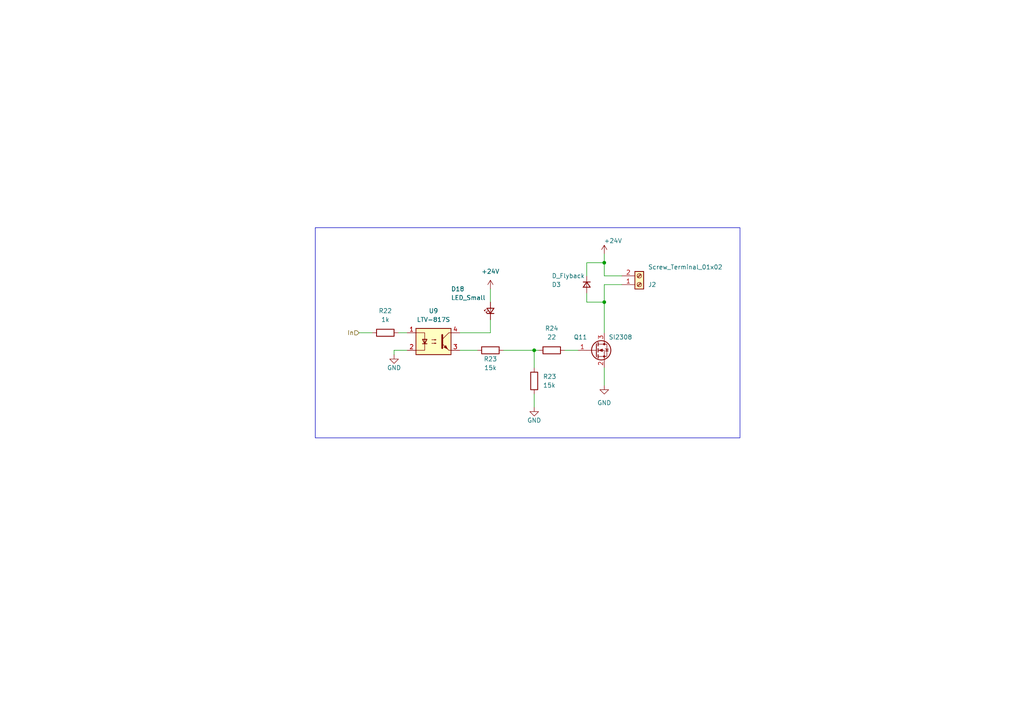
<source format=kicad_sch>
(kicad_sch (version 20230121) (generator eeschema)
  (paper "A4")
  (lib_symbols
    (symbol "Connector:Screw_Terminal_01x02" (pin_names (offset 1.016) hide)
      (property "Reference" "J" (at 0 2.54 0))
      (property "Value" "Screw_Terminal_01x02" (at 0 -5.08 0))
      (symbol "Screw_Terminal_01x02_1_1"
        (rectangle (start -1.27 1.27) (end 1.27 -3.81) (stroke (width 0.254)) (fill (type background)))
        (circle (center 0 -2.54) (radius 0.635) (stroke (width 0.1524)))
        (polyline (pts (xy -0.5334 -2.2098) (xy 0.3302 -3.048)) (stroke (width 0.1524)))
        (polyline (pts (xy -0.5334 0.3302) (xy 0.3302 -0.508)) (stroke (width 0.1524)))
        (polyline (pts (xy -0.3556 -2.032) (xy 0.508 -2.8702)) (stroke (width 0.1524)))
        (polyline (pts (xy -0.3556 0.508) (xy 0.508 -0.3302)) (stroke (width 0.1524)))
        (circle (center 0 0) (radius 0.635) (stroke (width 0.1524)))
        (pin passive line (at -5.08 0 0) (length 3.81) (name "Pin_1") (number "1"))
        (pin passive line (at -5.08 -2.54 0) (length 3.81) (name "Pin_2") (number "2"))
      )
    )
    (symbol "Device:D_Small" (pin_numbers hide) (pin_names (offset 0.254) hide)
      (property "Reference" "D" (at -1.27 2.032 0))
      (property "Value" "D_Small" (at -3.81 -2.032 0))
      (symbol "D_Small_0_1"
        (polyline (pts (xy -0.762 -1.016) (xy -0.762 1.016)) (stroke (width 0.254)))
        (polyline (pts (xy -0.762 0) (xy 0.762 0)))
        (polyline (pts (xy 0.762 -1.016) (xy -0.762 0) (xy 0.762 1.016) (xy 0.762 -1.016)) (stroke (width 0.254)))
      )
      (symbol "D_Small_1_1"
        (pin passive line (at -2.54 0 0) (length 1.778) (name "K") (number "1"))
        (pin passive line (at 2.54 0 180) (length 1.778) (name "A") (number "2"))
      )
    )
    (symbol "Device:LED_Small" (pin_numbers hide) (pin_names (offset 0.254) hide)
      (property "Reference" "D" (at -1.27 3.175 0))
      (property "Value" "LED_Small" (at -4.445 -2.54 0))
      (symbol "LED_Small_0_1"
        (polyline (pts (xy -0.762 -1.016) (xy -0.762 1.016)) (stroke (width 0.254)))
        (polyline (pts (xy 1.016 0) (xy -0.762 0)))
        (polyline (pts (xy 0.762 -1.016) (xy -0.762 0) (xy 0.762 1.016) (xy 0.762 -1.016)) (stroke (width 0.254)))
        (polyline (pts (xy 0 0.762) (xy -0.508 1.27) (xy -0.254 1.27) (xy -0.508 1.27) (xy -0.508 1.016)))
        (polyline (pts (xy 0.508 1.27) (xy 0 1.778) (xy 0.254 1.778) (xy 0 1.778) (xy 0 1.524)))
      )
      (symbol "LED_Small_1_1"
        (pin passive line (at -2.54 0 0) (length 1.778) (name "K") (number "1"))
        (pin passive line (at 2.54 0 180) (length 1.778) (name "A") (number "2"))
      )
    )
    (symbol "Device:R" (pin_numbers hide) (pin_names (offset 0))
      (property "Reference" "R" (at 2.032 0 90))
      (property "Value" "R" (at 0 0 90))
      (symbol "R_0_1"
        (rectangle (start -1.016 -2.54) (end 1.016 2.54) (stroke (width 0.254)))
      )
      (symbol "R_1_1"
        (pin passive line (at 0 3.81 270) (length 1.27) (name "~") (number "1"))
        (pin passive line (at 0 -3.81 90) (length 1.27) (name "~") (number "2"))
      )
    )
    (symbol "Isolator:LTV-817S" (pin_names (offset 1.016))
      (property "Reference" "U" (at -3.81 5.08 0))
      (property "Value" "LTV-817S" (at 0 -5.08 0))
      (symbol "LTV-817S_1_1"
        (rectangle (start -5.08 3.81) (end 5.08 -3.81) (stroke (width 0.254)) (fill (type background)))
        (polyline (pts (xy -3.175 -0.635) (xy -1.905 -0.635)) (stroke (width 0.254)))
        (polyline (pts (xy 2.54 0.635) (xy 4.445 2.54)))
        (polyline (pts (xy 4.445 -2.54) (xy 2.54 -0.635)) (fill (type outline)))
        (polyline (pts (xy 4.445 -2.54) (xy 5.08 -2.54)))
        (polyline (pts (xy 4.445 2.54) (xy 5.08 2.54)))
        (polyline (pts (xy -5.08 2.54) (xy -2.54 2.54) (xy -2.54 -0.762)))
        (polyline (pts (xy -2.54 -0.635) (xy -2.54 -2.54) (xy -5.08 -2.54)))
        (polyline (pts (xy 2.54 1.905) (xy 2.54 -1.905) (xy 2.54 -1.905)) (stroke (width 0.508)))
        (polyline (pts (xy -2.54 -0.635) (xy -3.175 0.635) (xy -1.905 0.635) (xy -2.54 -0.635)) (stroke (width 0.254)))
        (polyline (pts (xy -0.508 -0.508) (xy 0.762 -0.508) (xy 0.381 -0.635) (xy 0.381 -0.381) (xy 0.762 -0.508)))
        (polyline (pts (xy -0.508 0.508) (xy 0.762 0.508) (xy 0.381 0.381) (xy 0.381 0.635) (xy 0.762 0.508)))
        (polyline (pts (xy 3.048 -1.651) (xy 3.556 -1.143) (xy 4.064 -2.159) (xy 3.048 -1.651) (xy 3.048 -1.651)) (fill (type outline)))
        (pin passive line (at -7.62 2.54 0) (length 2.54) (name "~") (number "1"))
        (pin passive line (at -7.62 -2.54 0) (length 2.54) (name "~") (number "2"))
        (pin passive line (at 7.62 -2.54 180) (length 2.54) (name "~") (number "3"))
        (pin passive line (at 7.62 2.54 180) (length 2.54) (name "~") (number "4"))
      )
    )
    (symbol "Transistor_FET:AO3400A" (pin_names hide)
      (property "Reference" "Q" (at 5.08 1.905 0))
      (property "Value" "AO3400A" (at 5.08 0 0))
      (symbol "AO3400A_0_1"
        (polyline (pts (xy 0.254 0) (xy -2.54 0)))
        (polyline (pts (xy 0.254 1.905) (xy 0.254 -1.905)) (stroke (width 0.254)))
        (polyline (pts (xy 0.762 -1.27) (xy 0.762 -2.286)) (stroke (width 0.254)))
        (polyline (pts (xy 0.762 0.508) (xy 0.762 -0.508)) (stroke (width 0.254)))
        (polyline (pts (xy 0.762 2.286) (xy 0.762 1.27)) (stroke (width 0.254)))
        (polyline (pts (xy 2.54 2.54) (xy 2.54 1.778)))
        (polyline (pts (xy 2.54 -2.54) (xy 2.54 0) (xy 0.762 0)))
        (polyline (pts (xy 0.762 -1.778) (xy 3.302 -1.778) (xy 3.302 1.778) (xy 0.762 1.778)))
        (polyline (pts (xy 1.016 0) (xy 2.032 0.381) (xy 2.032 -0.381) (xy 1.016 0)) (fill (type outline)))
        (polyline (pts (xy 2.794 0.508) (xy 2.921 0.381) (xy 3.683 0.381) (xy 3.81 0.254)))
        (polyline (pts (xy 3.302 0.381) (xy 2.921 -0.254) (xy 3.683 -0.254) (xy 3.302 0.381)))
        (circle (center 1.651 0) (radius 2.794) (stroke (width 0.254)))
        (circle (center 2.54 -1.778) (radius 0.254) (fill (type outline)))
        (circle (center 2.54 1.778) (radius 0.254) (fill (type outline)))
      )
      (symbol "AO3400A_1_1"
        (pin input line (at -5.08 0 0) (length 2.54) (name "G") (number "1"))
        (pin passive line (at 2.54 -5.08 90) (length 2.54) (name "S") (number "2"))
        (pin passive line (at 2.54 5.08 270) (length 2.54) (name "D") (number "3"))
      )
    )
    (symbol "power:+24V" (power) (pin_names (offset 0))
      (property "Value" "+24V" (at 0 3.556 0))
      (symbol "+24V_0_1"
        (polyline (pts (xy -0.762 1.27) (xy 0 2.54)))
        (polyline (pts (xy 0 0) (xy 0 2.54)))
        (polyline (pts (xy 0 2.54) (xy 0.762 1.27)))
      )
      (symbol "+24V_1_1"
        (pin power_in line (at 0 0 90) (length 0) hide (name "+24V") (number "1"))
      )
    )
    (symbol "power:GND" (power) (pin_names (offset 0))
      (property "Value" "GND" (at 0 -3.81 0))
      (symbol "GND_0_1"
        (polyline (pts (xy 0 0) (xy 0 -1.27) (xy 1.27 -1.27) (xy 0 -2.54) (xy -1.27 -1.27) (xy 0 -1.27)))
      )
      (symbol "GND_1_1"
        (pin power_in line (at 0 0 270) (length 0) hide (name "GND") (number "1"))
      )
    )
  )
  (junction (at 175.26 76.2))
  (junction (at 175.26 87.63))
  (junction (at 154.94 101.6))
  (wire (pts (xy 104.14 96.52) (xy 107.95 96.52)))
  (wire (pts (xy 133.35 96.52) (xy 142.24 96.52)))
  (wire (pts (xy 142.24 83.82) (xy 142.24 87.63)))
  (wire (pts (xy 163.83 101.6) (xy 167.64 101.6)))
  (wire (pts (xy 170.18 76.2) (xy 175.26 76.2)))
  (wire (pts (xy 115.57 96.52) (xy 118.11 96.52)))
  (wire (pts (xy 114.3 102.87) (xy 114.3 101.6)))
  (wire (pts (xy 154.94 114.3) (xy 154.94 118.11)))
  (wire (pts (xy 170.18 80.01) (xy 170.18 76.2)))
  (wire (pts (xy 175.26 73.66) (xy 175.26 76.2)))
  (wire (pts (xy 175.26 82.55) (xy 180.34 82.55)))
  (wire (pts (xy 133.35 101.6) (xy 138.43 101.6)))
  (wire (pts (xy 154.94 101.6) (xy 156.21 101.6)))
  (wire (pts (xy 175.26 76.2) (xy 175.26 80.01)))
  (wire (pts (xy 146.05 101.6) (xy 154.94 101.6)))
  (wire (pts (xy 114.3 101.6) (xy 118.11 101.6)))
  (wire (pts (xy 170.18 85.09) (xy 170.18 87.63)))
  (wire (pts (xy 175.26 87.63) (xy 175.26 96.52)))
  (wire (pts (xy 154.94 106.68) (xy 154.94 101.6)))
  (wire (pts (xy 142.24 92.71) (xy 142.24 96.52)))
  (wire (pts (xy 170.18 87.63) (xy 175.26 87.63)))
  (wire (pts (xy 175.26 82.55) (xy 175.26 87.63)))
  (wire (pts (xy 175.26 111.76) (xy 175.26 106.68)))
  (wire (pts (xy 175.26 80.01) (xy 180.34 80.01)))
  (rectangle (start 91.44 66.04) (end 214.63 127))
  (hierarchical_label "In" (shape input) (at 104.14 96.52 180))
  (symbol (lib_id "Device:LED_Small") (at 142.24 90.17 90) (unit 1)
    (property "Reference" "D18" (at 130.81 83.82 90) (effects (justify right)))
    (property "Value" "LED_Small" (at 130.81 86.36 90) (effects (justify right)))
    (property "Footprint" "LED_SMD:LED_1206_3216Metric" (effects hide))
    (instances (project "control_motor_pcb" (path "" (reference "D18") (unit 1)) (path "" (reference "D16") (unit 1)) (path "" (reference "D17") (unit 1)) (path "" (reference "D19") (unit 1)) (path "" (reference "D20") (unit 1)) (path "" (reference "D21") (unit 1)) (path "" (reference "D22") (unit 1)) (path "" (reference "D23") (unit 1)) (path "" (reference "D24") (unit 1)) (path "" (reference "D25") (unit 1)) (path "" (reference "D26") (unit 1)) (path "" (reference "D27") (unit 1)) (path "" (reference "D28") (unit 1))))
  )
  (symbol (lib_id "power:GND") (at 175.26 111.76 0) (unit 1)
    (property "Reference" "#PWR04" (effects hide))
    (property "Value" "GND" (at 175.26 116.84 0))
    (instances (project "control_motor_pcb" (path "" (reference "#PWR04") (unit 1)) (path "" (reference "#PWR030") (unit 1)) (path "" (reference "#PWR056") (unit 1))))
  )
  (symbol (lib_id "Device:R") (at 160.02 101.6 90) (unit 1)
    (property "Reference" "R24" (at 160.02 95.25 90))
    (property "Value" "22" (at 160.02 97.79 90))
    (property "Footprint" "Resistor_SMD:R_0805_2012Metric" (effects hide))
    (property "LCSC_Link" "https://www.lcsc.com/product-detail/Chip-Resistor-Surface-Mount_UNI-ROYAL-Uniroyal-Elec-0805W8J0220T5E_C25295.html" (effects hide))
    (property "LCSC_Reference" "C25295" (effects hide))
    (property "Manufacturer_Name" "UNI-ROYAL(Uniroyal Elec)" (effects hide))
    (property "Manufacturer_Part_Number" "0805W8J0220T5E" (effects hide))
    (instances (project "control_motor_pcb" (path "" (reference "R24") (unit 1)) (path "" (reference "R27") (unit 1)) (path "" (reference "R3") (unit 1)) (path "" (reference "R6") (unit 1)) (path "" (reference "R12") (unit 1)) (path "" (reference "R9") (unit 1)) (path "" (reference "R24") (unit 1)) (path "" (reference "R30") (unit 1)) (path "" (reference "R21") (unit 1)) (path "" (reference "R18") (unit 1)) (path "" (reference "R15") (unit 1)) (path "" (reference "R33") (unit 1)) (path "" (reference "R38") (unit 1)) (path "" (reference "R42") (unit 1))))
  )
  (symbol (lib_id "Device:R") (at 154.94 110.49 0) (unit 1)
    (property "Reference" "R23" (at 157.48 109.22 0) (effects (justify left)))
    (property "Value" "15k" (at 157.48 111.76 0) (effects (justify left)))
    (property "Footprint" "Resistor_SMD:R_0805_2012Metric" (effects hide))
    (property "LCSC_Link" "https://www.lcsc.com/product-detail/Chip-Resistor-Surface-Mount_UNI-ROYAL-Uniroyal-Elec-0805W8F1502T5E_C17475.html" (effects hide))
    (property "LCSC_Reference" "C17475" (effects hide))
    (property "Manufacturer_Name" "UNI-ROYAL(Uniroyal Elec) " (effects hide))
    (property "Manufacturer_Part_Number" "0805W8F1502T5E" (effects hide))
    (instances (project "control_motor_pcb" (path "" (reference "R23") (unit 1)) (path "" (reference "R26") (unit 1)) (path "" (reference "R2") (unit 1)) (path "" (reference "R5") (unit 1)) (path "" (reference "R11") (unit 1)) (path "" (reference "R8") (unit 1)) (path "" (reference "R23") (unit 1)) (path "" (reference "R29") (unit 1)) (path "" (reference "R20") (unit 1)) (path "" (reference "R17") (unit 1)) (path "" (reference "R14") (unit 1)) (path "" (reference "R32") (unit 1)) (path "" (reference "R37") (unit 1)) (path "" (reference "R41") (unit 1))))
  )
  (symbol (lib_id "power:GND") (at 154.94 118.11 0) (unit 1)
    (property "Reference" "#PWR047" (effects hide))
    (property "Value" "GND" (at 154.94 121.92 0))
    (instances (project "control_motor_pcb" (path "" (reference "#PWR047") (unit 1)) (path "" (reference "#PWR051") (unit 1)) (path "" (reference "#PWR013") (unit 1)) (path "" (reference "#PWR017") (unit 1)) (path "" (reference "#PWR031") (unit 1)) (path "" (reference "#PWR021") (unit 1)) (path "" (reference "#PWR047") (unit 1)) (path "" (reference "#PWR055") (unit 1)) (path "" (reference "#PWR043") (unit 1)) (path "" (reference "#PWR039") (unit 1)) (path "" (reference "#PWR035") (unit 1)) (path "" (reference "#PWR066") (unit 1)) (path "" (reference "#PWR071") (unit 1)) (path "" (reference "#PWR074") (unit 1))))
  )
  (symbol (lib_id "power:+24V") (at 175.26 73.66 0) (unit 1)
    (property "Reference" "#PWR070" (effects hide))
    (property "Value" "+24V" (at 177.8 69.85 0))
    (instances (project "control_motor_pcb" (path "" (reference "#PWR070") (unit 1)) (path "" (reference "#PWR073") (unit 1)) (path "" (reference "#PWR078") (unit 1))))
  )
  (symbol (lib_id "Connector:Screw_Terminal_01x02") (at 185.42 82.55 0) (mirror x) (unit 1)
    (property "Reference" "J2" (at 187.96 82.55 0) (effects (justify left)))
    (property "Value" "Screw_Terminal_01x02" (at 187.96 77.47 0) (effects (justify left)))
    (property "Footprint" "TerminalBlock_Phoenix:TerminalBlock_Phoenix_MKDS-1,5-2_1x02_P5.00mm_Horizontal" (effects hide))
    (property "LCSC_Link" "https://www.lcsc.com/product-detail/span-style-background-color-ff0-Screw-span-span-style-background-color-ff0-Terminal-span-Blocks_MAX-MX127-5-0-02P-GN01-Cu-Y-A_C5188440.html" (effects hide))
    (property "LCSC_Reference" "C5188440" (effects hide))
    (property "Manufacturer_Name" "MAX" (effects hide))
    (property "Manufacturer_Part_Number" " 	MX127-5.0-02P-GN01-Cu-Y-A" (effects hide))
    (instances (project "control_motor_pcb" (path "" (reference "J2") (unit 1)) (path "" (reference "J12") (unit 1)) (path "" (reference "J13") (unit 1)) (path "" (reference "J16") (unit 1))))
  )
  (symbol (lib_id "Device:R") (at 142.24 101.6 270) (unit 1)
    (property "Reference" "R23" (at 142.24 104.14 90))
    (property "Value" "15k" (at 142.24 106.68 90))
    (property "Footprint" "Resistor_SMD:R_0805_2012Metric" (effects hide))
    (property "LCSC_Link" "https://www.lcsc.com/product-detail/Chip-Resistor-Surface-Mount_UNI-ROYAL-Uniroyal-Elec-0805W8F1502T5E_C17475.html" (effects hide))
    (property "LCSC_Reference" "C17475" (effects hide))
    (property "Manufacturer_Name" "UNI-ROYAL(Uniroyal Elec) " (effects hide))
    (property "Manufacturer_Part_Number" "0805W8F1502T5E" (effects hide))
    (instances (project "control_motor_pcb" (path "" (reference "R23") (unit 1)) (path "" (reference "R26") (unit 1)) (path "" (reference "R2") (unit 1)) (path "" (reference "R5") (unit 1)) (path "" (reference "R11") (unit 1)) (path "" (reference "R8") (unit 1)) (path "" (reference "R23") (unit 1)) (path "" (reference "R29") (unit 1)) (path "" (reference "R20") (unit 1)) (path "" (reference "R17") (unit 1)) (path "" (reference "R14") (unit 1)) (path "" (reference "R34") (unit 1)) (path "" (reference "R36") (unit 1)) (path "" (reference "R40") (unit 1))))
  )
  (symbol (lib_id "Device:R") (at 111.76 96.52 90) (unit 1)
    (property "Reference" "R22" (at 111.76 90.17 90))
    (property "Value" "1k" (at 111.76 92.71 90))
    (property "Footprint" "Resistor_SMD:R_0805_2012Metric" (effects hide))
    (property "LCSC_Link" "https://www.lcsc.com/product-detail/Chip-Resistor-Surface-Mount_UNI-ROYAL-Uniroyal-Elec-0805W8F1001T5E_C17513.html" (effects hide))
    (property "LCSC_Reference" "C17513" (effects hide))
    (property "Manufacturer_Name" "UNI-ROYAL(Uniroyal Elec) " (effects hide))
    (property "Manufacturer_Part_Number" " 	0805W8F1001T5E" (effects hide))
    (instances (project "control_motor_pcb" (path "" (reference "R22") (unit 1)) (path "" (reference "R25") (unit 1)) (path "" (reference "R1") (unit 1)) (path "" (reference "R4") (unit 1)) (path "" (reference "R10") (unit 1)) (path "" (reference "R7") (unit 1)) (path "" (reference "R22") (unit 1)) (path "" (reference "R28") (unit 1)) (path "" (reference "R19") (unit 1)) (path "" (reference "R16") (unit 1)) (path "" (reference "R13") (unit 1)) (path "" (reference "R31") (unit 1)) (path "" (reference "R35") (unit 1)) (path "" (reference "R39") (unit 1))))
  )
  (symbol (lib_id "Transistor_FET:AO3400A") (at 172.72 101.6 0) (unit 1)
    (property "Reference" "Q11" (at 166.37 97.79 0) (effects (justify left)))
    (property "Value" "SI2308" (at 176.53 97.79 0) (effects (justify left)))
    (property "Footprint" "Package_TO_SOT_SMD:SOT-23" (effects hide))
    (property "Datasheet" "http://www.aosmd.com/pdfs/datasheet/AO3400A.pdf" (effects hide))
    (property "LCSC_Link" "https://www.lcsc.com/product-detail/MOSFETs_UMW-Youtai-Semiconductor-Co-Ltd-SI2308A_C347491.html" (effects hide))
    (property "LCSC_Reference" "C347491" (effects hide))
    (property "Manufacturer_Name" "UMW(Youtai Semiconductor Co., Ltd.)" (effects hide))
    (property "Manufacturer_Part_Number" "SI2308A" (effects hide))
    (instances (project "control_motor_pcb" (path "" (reference "Q11") (unit 1)) (path "" (reference "Q11") (unit 1)) (path "" (reference "Q12") (unit 1)) (path "" (reference "Q13") (unit 1))))
  )
  (symbol (lib_id "Isolator:LTV-817S") (at 125.73 99.06 0) (unit 1)
    (property "Reference" "U9" (at 125.73 90.17 0))
    (property "Value" "LTV-817S" (at 125.73 92.71 0))
    (property "Footprint" "custom_motor:SOP254P1030X390-4N" (effects hide))
    (property "Datasheet" "http://www.us.liteon.com/downloads/LTV-817-827-847.PDF" (effects hide))
    (property "LCSC_Link" "https://www.lcsc.com/product-detail/Transistor-Photovoltaic-Output-Optoisolators_Everlight-Elec-EL817S1-B-TU-F_C63268.html" (effects hide))
    (property "LCSC_Reference" "C63268" (effects hide))
    (property "Manufacturer_Name" "Everlight Elec" (effects hide))
    (property "Manufacturer_Part_Number" "EL817S1(B)(TU)-F" (effects hide))
    (instances (project "control_motor_pcb" (path "" (reference "U9") (unit 1)) (path "" (reference "U10") (unit 1)) (path "" (reference "U1") (unit 1)) (path "" (reference "U3") (unit 1)) (path "" (reference "U5") (unit 1)) (path "" (reference "U4") (unit 1)) (path "" (reference "U9") (unit 1)) (path "" (reference "U11") (unit 1)) (path "" (reference "U8") (unit 1)) (path "" (reference "U7") (unit 1)) (path "" (reference "U6") (unit 1)) (path "" (reference "U2") (unit 1)) (path "" (reference "U12") (unit 1)) (path "" (reference "U13") (unit 1))))
  )
  (symbol (lib_id "power:+24V") (at 142.24 83.82 0) (unit 1)
    (property "Reference" "#PWR069" (effects hide))
    (property "Value" "+24V" (at 142.24 78.74 0))
    (instances (project "control_motor_pcb" (path "" (reference "#PWR069") (unit 1)) (path "" (reference "#PWR076") (unit 1)) (path "" (reference "#PWR077") (unit 1))))
  )
  (symbol (lib_id "power:GND") (at 114.3 102.87 0) (unit 1)
    (property "Reference" "#PWR044" (effects hide))
    (property "Value" "GND" (at 114.3 106.68 0))
    (instances (project "control_motor_pcb" (path "" (reference "#PWR044") (unit 1)) (path "" (reference "#PWR048") (unit 1)) (path "" (reference "#PWR010") (unit 1)) (path "" (reference "#PWR014") (unit 1)) (path "" (reference "#PWR022") (unit 1)) (path "" (reference "#PWR018") (unit 1)) (path "" (reference "#PWR044") (unit 1)) (path "" (reference "#PWR052") (unit 1)) (path "" (reference "#PWR040") (unit 1)) (path "" (reference "#PWR036") (unit 1)) (path "" (reference "#PWR032") (unit 1)) (path "" (reference "#PWR029") (unit 1)) (path "" (reference "#PWR065") (unit 1)) (path "" (reference "#PWR072") (unit 1))))
  )
  (symbol (lib_id "Device:D_Small") (at 170.18 82.55 270) (unit 1)
    (property "Reference" "D3" (at 160.02 82.55 90) (effects (justify left)))
    (property "Value" "D_Flyback" (at 160.02 80.01 90) (effects (justify left)))
    (property "Footprint" "Diode_SMD:D_SMA" (effects hide))
    (property "Sim.Device" "D" (effects hide))
    (property "Sim.Pins" "1=K 2=A" (effects hide))
    (instances (project "control_motor_pcb" (path "" (reference "D3") (unit 1)) (path "" (reference "D4") (unit 1)) (path "" (reference "D5") (unit 1)) (path "" (reference "D6") (unit 1)) (path "" (reference "D7") (unit 1)) (path "" (reference "D8") (unit 1)) (path "" (reference "D9") (unit 1)) (path "" (reference "D10") (unit 1)) (path "" (reference "D11") (unit 1)) (path "" (reference "D12") (unit 1)) (path "" (reference "D13") (unit 1)) (path "" (reference "D14") (unit 1)) (path "" (reference "D15") (unit 1))))
  )
)
</source>
